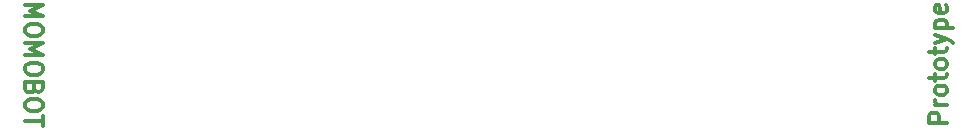
<source format=gto>
G04 #@! TF.GenerationSoftware,KiCad,Pcbnew,(6.0.5-0)*
G04 #@! TF.CreationDate,2022-12-31T05:29:51-05:00*
G04 #@! TF.ProjectId,antenna-pcb,616e7465-6e6e-4612-9d70-63622e6b6963,rev?*
G04 #@! TF.SameCoordinates,Original*
G04 #@! TF.FileFunction,Legend,Top*
G04 #@! TF.FilePolarity,Positive*
%FSLAX46Y46*%
G04 Gerber Fmt 4.6, Leading zero omitted, Abs format (unit mm)*
G04 Created by KiCad (PCBNEW (6.0.5-0)) date 2022-12-31 05:29:51*
%MOMM*%
%LPD*%
G01*
G04 APERTURE LIST*
%ADD10C,0.300000*%
%ADD11C,5.500000*%
%ADD12C,4.300000*%
%ADD13C,2.050000*%
%ADD14C,2.250000*%
G04 APERTURE END LIST*
D10*
X79221428Y-93464285D02*
X80721428Y-93464285D01*
X79650000Y-93964285D01*
X80721428Y-94464285D01*
X79221428Y-94464285D01*
X80721428Y-95464285D02*
X80721428Y-95750000D01*
X80650000Y-95892857D01*
X80507142Y-96035714D01*
X80221428Y-96107142D01*
X79721428Y-96107142D01*
X79435714Y-96035714D01*
X79292857Y-95892857D01*
X79221428Y-95750000D01*
X79221428Y-95464285D01*
X79292857Y-95321428D01*
X79435714Y-95178571D01*
X79721428Y-95107142D01*
X80221428Y-95107142D01*
X80507142Y-95178571D01*
X80650000Y-95321428D01*
X80721428Y-95464285D01*
X79221428Y-96750000D02*
X80721428Y-96750000D01*
X79650000Y-97250000D01*
X80721428Y-97750000D01*
X79221428Y-97750000D01*
X80721428Y-98750000D02*
X80721428Y-99035714D01*
X80650000Y-99178571D01*
X80507142Y-99321428D01*
X80221428Y-99392857D01*
X79721428Y-99392857D01*
X79435714Y-99321428D01*
X79292857Y-99178571D01*
X79221428Y-99035714D01*
X79221428Y-98750000D01*
X79292857Y-98607142D01*
X79435714Y-98464285D01*
X79721428Y-98392857D01*
X80221428Y-98392857D01*
X80507142Y-98464285D01*
X80650000Y-98607142D01*
X80721428Y-98750000D01*
X80007142Y-100535714D02*
X79935714Y-100750000D01*
X79864285Y-100821428D01*
X79721428Y-100892857D01*
X79507142Y-100892857D01*
X79364285Y-100821428D01*
X79292857Y-100750000D01*
X79221428Y-100607142D01*
X79221428Y-100035714D01*
X80721428Y-100035714D01*
X80721428Y-100535714D01*
X80650000Y-100678571D01*
X80578571Y-100750000D01*
X80435714Y-100821428D01*
X80292857Y-100821428D01*
X80150000Y-100750000D01*
X80078571Y-100678571D01*
X80007142Y-100535714D01*
X80007142Y-100035714D01*
X80721428Y-101821428D02*
X80721428Y-102107142D01*
X80650000Y-102250000D01*
X80507142Y-102392857D01*
X80221428Y-102464285D01*
X79721428Y-102464285D01*
X79435714Y-102392857D01*
X79292857Y-102250000D01*
X79221428Y-102107142D01*
X79221428Y-101821428D01*
X79292857Y-101678571D01*
X79435714Y-101535714D01*
X79721428Y-101464285D01*
X80221428Y-101464285D01*
X80507142Y-101535714D01*
X80650000Y-101678571D01*
X80721428Y-101821428D01*
X80721428Y-102892857D02*
X80721428Y-103750000D01*
X79221428Y-103321428D02*
X80721428Y-103321428D01*
X157278571Y-103464285D02*
X155778571Y-103464285D01*
X155778571Y-102892857D01*
X155850000Y-102750000D01*
X155921428Y-102678571D01*
X156064285Y-102607142D01*
X156278571Y-102607142D01*
X156421428Y-102678571D01*
X156492857Y-102750000D01*
X156564285Y-102892857D01*
X156564285Y-103464285D01*
X157278571Y-101964285D02*
X156278571Y-101964285D01*
X156564285Y-101964285D02*
X156421428Y-101892857D01*
X156350000Y-101821428D01*
X156278571Y-101678571D01*
X156278571Y-101535714D01*
X157278571Y-100821428D02*
X157207142Y-100964285D01*
X157135714Y-101035714D01*
X156992857Y-101107142D01*
X156564285Y-101107142D01*
X156421428Y-101035714D01*
X156350000Y-100964285D01*
X156278571Y-100821428D01*
X156278571Y-100607142D01*
X156350000Y-100464285D01*
X156421428Y-100392857D01*
X156564285Y-100321428D01*
X156992857Y-100321428D01*
X157135714Y-100392857D01*
X157207142Y-100464285D01*
X157278571Y-100607142D01*
X157278571Y-100821428D01*
X156278571Y-99892857D02*
X156278571Y-99321428D01*
X155778571Y-99678571D02*
X157064285Y-99678571D01*
X157207142Y-99607142D01*
X157278571Y-99464285D01*
X157278571Y-99321428D01*
X157278571Y-98607142D02*
X157207142Y-98750000D01*
X157135714Y-98821428D01*
X156992857Y-98892857D01*
X156564285Y-98892857D01*
X156421428Y-98821428D01*
X156350000Y-98750000D01*
X156278571Y-98607142D01*
X156278571Y-98392857D01*
X156350000Y-98250000D01*
X156421428Y-98178571D01*
X156564285Y-98107142D01*
X156992857Y-98107142D01*
X157135714Y-98178571D01*
X157207142Y-98250000D01*
X157278571Y-98392857D01*
X157278571Y-98607142D01*
X156278571Y-97678571D02*
X156278571Y-97107142D01*
X155778571Y-97464285D02*
X157064285Y-97464285D01*
X157207142Y-97392857D01*
X157278571Y-97250000D01*
X157278571Y-97107142D01*
X156278571Y-96750000D02*
X157278571Y-96392857D01*
X156278571Y-96035714D02*
X157278571Y-96392857D01*
X157635714Y-96535714D01*
X157707142Y-96607142D01*
X157778571Y-96750000D01*
X156278571Y-95464285D02*
X157778571Y-95464285D01*
X156350000Y-95464285D02*
X156278571Y-95321428D01*
X156278571Y-95035714D01*
X156350000Y-94892857D01*
X156421428Y-94821428D01*
X156564285Y-94750000D01*
X156992857Y-94750000D01*
X157135714Y-94821428D01*
X157207142Y-94892857D01*
X157278571Y-95035714D01*
X157278571Y-95321428D01*
X157207142Y-95464285D01*
X157207142Y-93535714D02*
X157278571Y-93678571D01*
X157278571Y-93964285D01*
X157207142Y-94107142D01*
X157064285Y-94178571D01*
X156492857Y-94178571D01*
X156350000Y-94107142D01*
X156278571Y-93964285D01*
X156278571Y-93678571D01*
X156350000Y-93535714D01*
X156492857Y-93464285D01*
X156635714Y-93464285D01*
X156778571Y-94178571D01*
%LPC*%
D11*
G04 #@! TO.C,H4*
X163450000Y-143450000D03*
G04 #@! TD*
D12*
G04 #@! TO.C,H6*
X161364000Y-58495000D03*
G04 #@! TD*
D11*
G04 #@! TO.C,H1*
X73550000Y-53550000D03*
G04 #@! TD*
D12*
G04 #@! TO.C,H8*
X161364000Y-138505000D03*
G04 #@! TD*
G04 #@! TO.C,H7*
X75639000Y-134695000D03*
G04 #@! TD*
G04 #@! TO.C,H5*
X75639000Y-61035000D03*
G04 #@! TD*
D11*
G04 #@! TO.C,H3*
X73550000Y-143450000D03*
G04 #@! TD*
G04 #@! TO.C,H2*
X163450000Y-53550000D03*
G04 #@! TD*
D13*
G04 #@! TO.C,J1*
X118500000Y-98500000D03*
D14*
X115950000Y-95950000D03*
X121050000Y-101050000D03*
X115950000Y-101050000D03*
X121050000Y-95950000D03*
G04 #@! TD*
M02*

</source>
